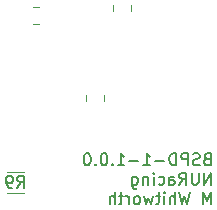
<source format=gbr>
G04 #@! TF.GenerationSoftware,KiCad,Pcbnew,(5.1.6)-1*
G04 #@! TF.CreationDate,2021-06-24T15:15:02+10:00*
G04 #@! TF.ProjectId,BSPD,42535044-2e6b-4696-9361-645f70636258,rev?*
G04 #@! TF.SameCoordinates,Original*
G04 #@! TF.FileFunction,Legend,Bot*
G04 #@! TF.FilePolarity,Positive*
%FSLAX46Y46*%
G04 Gerber Fmt 4.6, Leading zero omitted, Abs format (unit mm)*
G04 Created by KiCad (PCBNEW (5.1.6)-1) date 2021-06-24 15:15:02*
%MOMM*%
%LPD*%
G01*
G04 APERTURE LIST*
%ADD10C,0.150000*%
%ADD11C,0.120000*%
G04 APERTURE END LIST*
D10*
X111599071Y-133152571D02*
X111456214Y-133200190D01*
X111408595Y-133247809D01*
X111360976Y-133343047D01*
X111360976Y-133485904D01*
X111408595Y-133581142D01*
X111456214Y-133628761D01*
X111551452Y-133676380D01*
X111932404Y-133676380D01*
X111932404Y-132676380D01*
X111599071Y-132676380D01*
X111503833Y-132724000D01*
X111456214Y-132771619D01*
X111408595Y-132866857D01*
X111408595Y-132962095D01*
X111456214Y-133057333D01*
X111503833Y-133104952D01*
X111599071Y-133152571D01*
X111932404Y-133152571D01*
X110980023Y-133628761D02*
X110837166Y-133676380D01*
X110599071Y-133676380D01*
X110503833Y-133628761D01*
X110456214Y-133581142D01*
X110408595Y-133485904D01*
X110408595Y-133390666D01*
X110456214Y-133295428D01*
X110503833Y-133247809D01*
X110599071Y-133200190D01*
X110789547Y-133152571D01*
X110884785Y-133104952D01*
X110932404Y-133057333D01*
X110980023Y-132962095D01*
X110980023Y-132866857D01*
X110932404Y-132771619D01*
X110884785Y-132724000D01*
X110789547Y-132676380D01*
X110551452Y-132676380D01*
X110408595Y-132724000D01*
X109980023Y-133676380D02*
X109980023Y-132676380D01*
X109599071Y-132676380D01*
X109503833Y-132724000D01*
X109456214Y-132771619D01*
X109408595Y-132866857D01*
X109408595Y-133009714D01*
X109456214Y-133104952D01*
X109503833Y-133152571D01*
X109599071Y-133200190D01*
X109980023Y-133200190D01*
X108980023Y-133676380D02*
X108980023Y-132676380D01*
X108741928Y-132676380D01*
X108599071Y-132724000D01*
X108503833Y-132819238D01*
X108456214Y-132914476D01*
X108408595Y-133104952D01*
X108408595Y-133247809D01*
X108456214Y-133438285D01*
X108503833Y-133533523D01*
X108599071Y-133628761D01*
X108741928Y-133676380D01*
X108980023Y-133676380D01*
X107980023Y-133295428D02*
X107218119Y-133295428D01*
X106218119Y-133676380D02*
X106789547Y-133676380D01*
X106503833Y-133676380D02*
X106503833Y-132676380D01*
X106599071Y-132819238D01*
X106694309Y-132914476D01*
X106789547Y-132962095D01*
X105789547Y-133295428D02*
X105027642Y-133295428D01*
X104027642Y-133676380D02*
X104599071Y-133676380D01*
X104313357Y-133676380D02*
X104313357Y-132676380D01*
X104408595Y-132819238D01*
X104503833Y-132914476D01*
X104599071Y-132962095D01*
X103599071Y-133581142D02*
X103551452Y-133628761D01*
X103599071Y-133676380D01*
X103646690Y-133628761D01*
X103599071Y-133581142D01*
X103599071Y-133676380D01*
X102932404Y-132676380D02*
X102837166Y-132676380D01*
X102741928Y-132724000D01*
X102694309Y-132771619D01*
X102646690Y-132866857D01*
X102599071Y-133057333D01*
X102599071Y-133295428D01*
X102646690Y-133485904D01*
X102694309Y-133581142D01*
X102741928Y-133628761D01*
X102837166Y-133676380D01*
X102932404Y-133676380D01*
X103027642Y-133628761D01*
X103075261Y-133581142D01*
X103122880Y-133485904D01*
X103170500Y-133295428D01*
X103170500Y-133057333D01*
X103122880Y-132866857D01*
X103075261Y-132771619D01*
X103027642Y-132724000D01*
X102932404Y-132676380D01*
X102170500Y-133581142D02*
X102122880Y-133628761D01*
X102170500Y-133676380D01*
X102218119Y-133628761D01*
X102170500Y-133581142D01*
X102170500Y-133676380D01*
X101503833Y-132676380D02*
X101408595Y-132676380D01*
X101313357Y-132724000D01*
X101265738Y-132771619D01*
X101218119Y-132866857D01*
X101170500Y-133057333D01*
X101170500Y-133295428D01*
X101218119Y-133485904D01*
X101265738Y-133581142D01*
X101313357Y-133628761D01*
X101408595Y-133676380D01*
X101503833Y-133676380D01*
X101599071Y-133628761D01*
X101646690Y-133581142D01*
X101694309Y-133485904D01*
X101741928Y-133295428D01*
X101741928Y-133057333D01*
X101694309Y-132866857D01*
X101646690Y-132771619D01*
X101599071Y-132724000D01*
X101503833Y-132676380D01*
X111932404Y-135326380D02*
X111932404Y-134326380D01*
X111360976Y-135326380D01*
X111360976Y-134326380D01*
X110884785Y-134326380D02*
X110884785Y-135135904D01*
X110837166Y-135231142D01*
X110789547Y-135278761D01*
X110694309Y-135326380D01*
X110503833Y-135326380D01*
X110408595Y-135278761D01*
X110360976Y-135231142D01*
X110313357Y-135135904D01*
X110313357Y-134326380D01*
X109265738Y-135326380D02*
X109599071Y-134850190D01*
X109837166Y-135326380D02*
X109837166Y-134326380D01*
X109456214Y-134326380D01*
X109360976Y-134374000D01*
X109313357Y-134421619D01*
X109265738Y-134516857D01*
X109265738Y-134659714D01*
X109313357Y-134754952D01*
X109360976Y-134802571D01*
X109456214Y-134850190D01*
X109837166Y-134850190D01*
X108408595Y-135326380D02*
X108408595Y-134802571D01*
X108456214Y-134707333D01*
X108551452Y-134659714D01*
X108741928Y-134659714D01*
X108837166Y-134707333D01*
X108408595Y-135278761D02*
X108503833Y-135326380D01*
X108741928Y-135326380D01*
X108837166Y-135278761D01*
X108884785Y-135183523D01*
X108884785Y-135088285D01*
X108837166Y-134993047D01*
X108741928Y-134945428D01*
X108503833Y-134945428D01*
X108408595Y-134897809D01*
X107503833Y-135278761D02*
X107599071Y-135326380D01*
X107789547Y-135326380D01*
X107884785Y-135278761D01*
X107932404Y-135231142D01*
X107980023Y-135135904D01*
X107980023Y-134850190D01*
X107932404Y-134754952D01*
X107884785Y-134707333D01*
X107789547Y-134659714D01*
X107599071Y-134659714D01*
X107503833Y-134707333D01*
X107075261Y-135326380D02*
X107075261Y-134659714D01*
X107075261Y-134326380D02*
X107122880Y-134374000D01*
X107075261Y-134421619D01*
X107027642Y-134374000D01*
X107075261Y-134326380D01*
X107075261Y-134421619D01*
X106599071Y-134659714D02*
X106599071Y-135326380D01*
X106599071Y-134754952D02*
X106551452Y-134707333D01*
X106456214Y-134659714D01*
X106313357Y-134659714D01*
X106218119Y-134707333D01*
X106170500Y-134802571D01*
X106170500Y-135326380D01*
X105265738Y-134659714D02*
X105265738Y-135469238D01*
X105313357Y-135564476D01*
X105360976Y-135612095D01*
X105456214Y-135659714D01*
X105599071Y-135659714D01*
X105694309Y-135612095D01*
X105265738Y-135278761D02*
X105360976Y-135326380D01*
X105551452Y-135326380D01*
X105646690Y-135278761D01*
X105694309Y-135231142D01*
X105741928Y-135135904D01*
X105741928Y-134850190D01*
X105694309Y-134754952D01*
X105646690Y-134707333D01*
X105551452Y-134659714D01*
X105360976Y-134659714D01*
X105265738Y-134707333D01*
X111932404Y-136976380D02*
X111932404Y-135976380D01*
X111599071Y-136690666D01*
X111265738Y-135976380D01*
X111265738Y-136976380D01*
X110122880Y-135976380D02*
X109884785Y-136976380D01*
X109694309Y-136262095D01*
X109503833Y-136976380D01*
X109265738Y-135976380D01*
X108884785Y-136976380D02*
X108884785Y-135976380D01*
X108456214Y-136976380D02*
X108456214Y-136452571D01*
X108503833Y-136357333D01*
X108599071Y-136309714D01*
X108741928Y-136309714D01*
X108837166Y-136357333D01*
X108884785Y-136404952D01*
X107980023Y-136976380D02*
X107980023Y-136309714D01*
X107980023Y-135976380D02*
X108027642Y-136024000D01*
X107980023Y-136071619D01*
X107932404Y-136024000D01*
X107980023Y-135976380D01*
X107980023Y-136071619D01*
X107646690Y-136309714D02*
X107265738Y-136309714D01*
X107503833Y-135976380D02*
X107503833Y-136833523D01*
X107456214Y-136928761D01*
X107360976Y-136976380D01*
X107265738Y-136976380D01*
X107027642Y-136309714D02*
X106837166Y-136976380D01*
X106646690Y-136500190D01*
X106456214Y-136976380D01*
X106265738Y-136309714D01*
X105741928Y-136976380D02*
X105837166Y-136928761D01*
X105884785Y-136881142D01*
X105932404Y-136785904D01*
X105932404Y-136500190D01*
X105884785Y-136404952D01*
X105837166Y-136357333D01*
X105741928Y-136309714D01*
X105599071Y-136309714D01*
X105503833Y-136357333D01*
X105456214Y-136404952D01*
X105408595Y-136500190D01*
X105408595Y-136785904D01*
X105456214Y-136881142D01*
X105503833Y-136928761D01*
X105599071Y-136976380D01*
X105741928Y-136976380D01*
X104980023Y-136976380D02*
X104980023Y-136309714D01*
X104980023Y-136500190D02*
X104932404Y-136404952D01*
X104884785Y-136357333D01*
X104789547Y-136309714D01*
X104694309Y-136309714D01*
X104503833Y-136309714D02*
X104122880Y-136309714D01*
X104360976Y-135976380D02*
X104360976Y-136833523D01*
X104313357Y-136928761D01*
X104218119Y-136976380D01*
X104122880Y-136976380D01*
X103789547Y-136976380D02*
X103789547Y-135976380D01*
X103360976Y-136976380D02*
X103360976Y-136452571D01*
X103408595Y-136357333D01*
X103503833Y-136309714D01*
X103646690Y-136309714D01*
X103741928Y-136357333D01*
X103789547Y-136404952D01*
D11*
X103659000Y-120134748D02*
X103659000Y-120657252D01*
X105129000Y-120134748D02*
X105129000Y-120657252D01*
X97355252Y-120296000D02*
X96832748Y-120296000D01*
X97355252Y-121766000D02*
X96832748Y-121766000D01*
X102843000Y-127754748D02*
X102843000Y-128277252D01*
X101373000Y-127754748D02*
X101373000Y-128277252D01*
X94649936Y-134218000D02*
X96104064Y-134218000D01*
X94649936Y-136038000D02*
X96104064Y-136038000D01*
D10*
X95543666Y-135580380D02*
X95877000Y-135104190D01*
X96115095Y-135580380D02*
X96115095Y-134580380D01*
X95734142Y-134580380D01*
X95638904Y-134628000D01*
X95591285Y-134675619D01*
X95543666Y-134770857D01*
X95543666Y-134913714D01*
X95591285Y-135008952D01*
X95638904Y-135056571D01*
X95734142Y-135104190D01*
X96115095Y-135104190D01*
X95067476Y-135580380D02*
X94877000Y-135580380D01*
X94781761Y-135532761D01*
X94734142Y-135485142D01*
X94638904Y-135342285D01*
X94591285Y-135151809D01*
X94591285Y-134770857D01*
X94638904Y-134675619D01*
X94686523Y-134628000D01*
X94781761Y-134580380D01*
X94972238Y-134580380D01*
X95067476Y-134628000D01*
X95115095Y-134675619D01*
X95162714Y-134770857D01*
X95162714Y-135008952D01*
X95115095Y-135104190D01*
X95067476Y-135151809D01*
X94972238Y-135199428D01*
X94781761Y-135199428D01*
X94686523Y-135151809D01*
X94638904Y-135104190D01*
X94591285Y-135008952D01*
M02*

</source>
